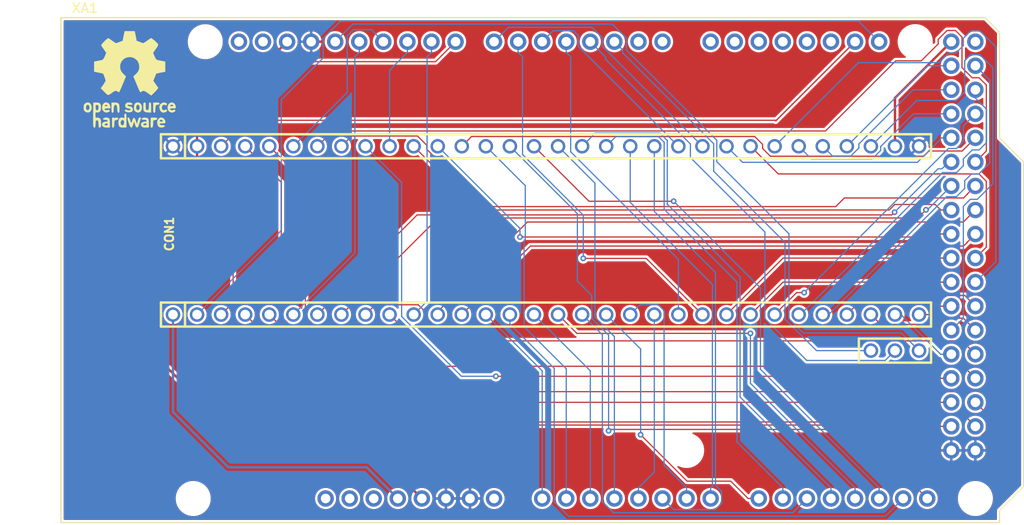
<source format=kicad_pcb>
(kicad_pcb (version 20171130) (host pcbnew "(5.1.2-1)-1")
  (title_block (title "UMDv2-compatible Arduino Mega Shield") (date 2020-03-16) (rev 2.0) (comment 1 https://github.com/beatlegeuse/UMDv2-arduino-mega-kicad) (comment 2 "Licensed under CERN OHL v.1.2"))
  (layers (0 F.Cu signal) (31 B.Cu signal) (34 B.Paste user) (35 F.Paste user) (36 B.SilkS user) (37 F.SilkS user) (38 B.Mask user) (39 F.Mask user) (44 Edge.Cuts user))
  (net 0 "")
  (net 1 /A0)
  (net 2 /D0)
  (net 3 /D1)
  (net 4 /A1)
  (net 5 /A2)
  (net 6 /D2)
  (net 7 /D3)
  (net 8 /A3)
  (net 9 /A16)
  (net 10 /A17)
  (net 11 /A18)
  (net 12 /A19)
  (net 13 /A20)
  (net 14 /A21)
  (net 15 /A22)
  (net 16 /A23)
  (net 17 /A4)
  (net 18 /D4)
  (net 19 /D5)
  (net 20 /A5)
  (net 21 /A6)
  (net 22 /D6)
  (net 23 /D7)
  (net 24 /A7)
  (net 25 /A12)
  (net 26 /D12)
  (net 27 /D13)
  (net 28 /A13)
  (net 29 /A14)
  (net 30 /D14)
  (net 31 /D15)
  (net 32 /A15)
  (net 33 /A8)
  (net 34 /A9)
  (net 35 /A10)
  (net 36 /A11)
  (net 37 /D11)
  (net 38 /D10)
  (net 39 /D9)
  (net 40 /D8)
  (net 41 "Net-(XA1-PadSDA)")
  (net 42 "Net-(XA1-PadSCL)")
  (net 43 "Net-(XA1-PadD1)")
  (net 44 "Net-(XA1-PadD0)")
  (net 45 "Net-(XA1-PadD14)")
  (net 46 "Net-(XA1-PadD15)")
  (net 47 "Net-(XA1-PadD16)")
  (net 48 "Net-(XA1-PadD17)")
  (net 49 "Net-(XA1-PadD18)")
  (net 50 "Net-(XA1-PadD19)")
  (net 51 "Net-(XA1-PadIORF)")
  (net 52 "Net-(XA1-PadVIN)")
  (net 53 /~DTCT)
  (net 54 /A25)
  (net 55 /A24)
  (net 56 GND)
  (net 57 /GP8)
  (net 58 /MISO_GP7)
  (net 59 /NSS_GP5)
  (net 60 /SEL0)
  (net 61 /~RD)
  (net 62 /GP1)
  (net 63 /GP3)
  (net 64 /CE1)
  (net 65 /CE3)
  (net 66 /CE2)
  (net 67 /CE0)
  (net 68 /GP2)
  (net 69 /GP0)
  (net 70 /~WR)
  (net 71 /SEL1)
  (net 72 /SCK_GP4)
  (net 73 /MOSI_GP6)
  (net 74 /SDA)
  (net 75 /SCL)
  (net 76 "Net-(XA1-PadRST1)")
  (net 77 /5V3)
  (net 78 /5V1)
  (net 79 "Net-(XA1-Pad5V4)")
  (net 80 /3V3)
  (module db-artwork:oshw-logo_10mm (layer F.Cu) (at 75.585 53.139)
    (fp_text reference G*** hide)
    (fp_text value LOGO hide)
  )
  (module Arduino:Arduino_Mega2560_Shield (layer F.Cu) (at 68.324 100.002)
    (fp_text reference XA1 (at 2.54 -54.356) (layer F.SilkS))
    (fp_text value Arduino_Mega2560_Shield)
    (pad GND6 thru_hole oval (at 96.52 -7.62) (size 1.7272 1.7272) (drill 1.016) (layers *.Cu *.Mask) (net 56 GND))
    (pad GND5 thru_hole oval (at 93.98 -7.62) (size 1.7272 1.7272) (drill 1.016) (layers *.Cu *.Mask) (net 56 GND))
    (pad D53 thru_hole oval (at 96.52 -10.16) (size 1.7272 1.7272) (drill 1.016) (layers *.Cu *.Mask) (net 59 /NSS_GP5))
    (pad D52 thru_hole oval (at 93.98 -10.16) (size 1.7272 1.7272) (drill 1.016) (layers *.Cu *.Mask) (net 72 /SCK_GP4))
    (pad D51 thru_hole oval (at 96.52 -12.7) (size 1.7272 1.7272) (drill 1.016) (layers *.Cu *.Mask) (net 73 /MOSI_GP6))
    (pad D50 thru_hole oval (at 93.98 -12.7) (size 1.7272 1.7272) (drill 1.016) (layers *.Cu *.Mask) (net 58 /MISO_GP7))
    (pad D49 thru_hole oval (at 96.52 -15.24) (size 1.7272 1.7272) (drill 1.016) (layers *.Cu *.Mask) (net 9 /A16))
    (pad D48 thru_hole oval (at 93.98 -15.24) (size 1.7272 1.7272) (drill 1.016) (layers *.Cu *.Mask) (net 10 /A17))
    (pad D47 thru_hole oval (at 96.52 -17.78) (size 1.7272 1.7272) (drill 1.016) (layers *.Cu *.Mask) (net 11 /A18))
    (pad D46 thru_hole oval (at 93.98 -17.78) (size 1.7272 1.7272) (drill 1.016) (layers *.Cu *.Mask) (net 12 /A19))
    (pad D45 thru_hole oval (at 96.52 -20.32) (size 1.7272 1.7272) (drill 1.016) (layers *.Cu *.Mask) (net 13 /A20))
    (pad D44 thru_hole oval (at 93.98 -20.32) (size 1.7272 1.7272) (drill 1.016) (layers *.Cu *.Mask) (net 14 /A21))
    (pad D43 thru_hole oval (at 96.52 -22.86) (size 1.7272 1.7272) (drill 1.016) (layers *.Cu *.Mask) (net 15 /A22))
    (pad D42 thru_hole oval (at 93.98 -22.86) (size 1.7272 1.7272) (drill 1.016) (layers *.Cu *.Mask) (net 16 /A23))
    (pad D41 thru_hole oval (at 96.52 -25.4) (size 1.7272 1.7272) (drill 1.016) (layers *.Cu *.Mask) (net 65 /CE3))
    (pad D40 thru_hole oval (at 93.98 -25.4) (size 1.7272 1.7272) (drill 1.016) (layers *.Cu *.Mask) (net 66 /CE2))
    (pad D39 thru_hole oval (at 96.52 -27.94) (size 1.7272 1.7272) (drill 1.016) (layers *.Cu *.Mask) (net 64 /CE1))
    (pad D38 thru_hole oval (at 93.98 -27.94) (size 1.7272 1.7272) (drill 1.016) (layers *.Cu *.Mask) (net 67 /CE0))
    (pad D37 thru_hole oval (at 96.52 -30.48) (size 1.7272 1.7272) (drill 1.016) (layers *.Cu *.Mask) (net 33 /A8))
    (pad D36 thru_hole oval (at 93.98 -30.48) (size 1.7272 1.7272) (drill 1.016) (layers *.Cu *.Mask) (net 34 /A9))
    (pad D35 thru_hole oval (at 96.52 -33.02) (size 1.7272 1.7272) (drill 1.016) (layers *.Cu *.Mask) (net 35 /A10))
    (pad D34 thru_hole oval (at 93.98 -33.02) (size 1.7272 1.7272) (drill 1.016) (layers *.Cu *.Mask) (net 36 /A11))
    (pad D33 thru_hole oval (at 96.52 -35.56) (size 1.7272 1.7272) (drill 1.016) (layers *.Cu *.Mask) (net 25 /A12))
    (pad D32 thru_hole oval (at 93.98 -35.56) (size 1.7272 1.7272) (drill 1.016) (layers *.Cu *.Mask) (net 28 /A13))
    (pad D31 thru_hole oval (at 96.52 -38.1) (size 1.7272 1.7272) (drill 1.016) (layers *.Cu *.Mask) (net 29 /A14))
    (pad D30 thru_hole oval (at 93.98 -38.1) (size 1.7272 1.7272) (drill 1.016) (layers *.Cu *.Mask) (net 32 /A15))
    (pad D29 thru_hole oval (at 96.52 -40.64) (size 1.7272 1.7272) (drill 1.016) (layers *.Cu *.Mask) (net 24 /A7))
    (pad D28 thru_hole oval (at 93.98 -40.64) (size 1.7272 1.7272) (drill 1.016) (layers *.Cu *.Mask) (net 21 /A6))
    (pad D27 thru_hole oval (at 96.52 -43.18) (size 1.7272 1.7272) (drill 1.016) (layers *.Cu *.Mask) (net 20 /A5))
    (pad D26 thru_hole oval (at 93.98 -43.18) (size 1.7272 1.7272) (drill 1.016) (layers *.Cu *.Mask) (net 17 /A4))
    (pad D25 thru_hole oval (at 96.52 -45.72) (size 1.7272 1.7272) (drill 1.016) (layers *.Cu *.Mask) (net 8 /A3))
    (pad D24 thru_hole oval (at 93.98 -45.72) (size 1.7272 1.7272) (drill 1.016) (layers *.Cu *.Mask) (net 5 /A2))
    (pad D23 thru_hole oval (at 96.52 -48.26) (size 1.7272 1.7272) (drill 1.016) (layers *.Cu *.Mask) (net 4 /A1))
    (pad D22 thru_hole oval (at 93.98 -48.26) (size 1.7272 1.7272) (drill 1.016) (layers *.Cu *.Mask) (net 1 /A0))
    (pad 5V4 thru_hole oval (at 96.52 -50.8) (size 1.7272 1.7272) (drill 1.016) (layers *.Cu *.Mask) (net 79 "Net-(XA1-Pad5V4)"))
    (pad 5V3 thru_hole oval (at 93.98 -50.8) (size 1.7272 1.7272) (drill 1.016) (layers *.Cu *.Mask) (net 77 /5V3))
    (pad A15 thru_hole oval (at 91.44 -2.54) (size 1.7272 1.7272) (drill 1.016) (layers *.Cu *.Mask) (net 31 /D15))
    (pad A14 thru_hole oval (at 88.9 -2.54) (size 1.7272 1.7272) (drill 1.016) (layers *.Cu *.Mask) (net 30 /D14))
    (pad A13 thru_hole oval (at 86.36 -2.54) (size 1.7272 1.7272) (drill 1.016) (layers *.Cu *.Mask) (net 27 /D13))
    (pad A12 thru_hole oval (at 83.82 -2.54) (size 1.7272 1.7272) (drill 1.016) (layers *.Cu *.Mask) (net 26 /D12))
    (pad A11 thru_hole oval (at 81.28 -2.54) (size 1.7272 1.7272) (drill 1.016) (layers *.Cu *.Mask) (net 37 /D11))
    (pad A10 thru_hole oval (at 78.74 -2.54) (size 1.7272 1.7272) (drill 1.016) (layers *.Cu *.Mask) (net 38 /D10))
    (pad A9 thru_hole oval (at 76.2 -2.54) (size 1.7272 1.7272) (drill 1.016) (layers *.Cu *.Mask) (net 39 /D9))
    (pad A8 thru_hole oval (at 73.66 -2.54) (size 1.7272 1.7272) (drill 1.016) (layers *.Cu *.Mask) (net 40 /D8))
    (pad A7 thru_hole oval (at 68.58 -2.54) (size 1.7272 1.7272) (drill 1.016) (layers *.Cu *.Mask) (net 23 /D7))
    (pad A6 thru_hole oval (at 66.04 -2.54) (size 1.7272 1.7272) (drill 1.016) (layers *.Cu *.Mask) (net 22 /D6))
    (pad A5 thru_hole oval (at 63.5 -2.54) (size 1.7272 1.7272) (drill 1.016) (layers *.Cu *.Mask) (net 19 /D5))
    (pad A4 thru_hole oval (at 60.96 -2.54) (size 1.7272 1.7272) (drill 1.016) (layers *.Cu *.Mask) (net 18 /D4))
    (pad A3 thru_hole oval (at 58.42 -2.54) (size 1.7272 1.7272) (drill 1.016) (layers *.Cu *.Mask) (net 7 /D3))
    (pad A2 thru_hole oval (at 55.88 -2.54) (size 1.7272 1.7272) (drill 1.016) (layers *.Cu *.Mask) (net 6 /D2))
    (pad A1 thru_hole oval (at 53.34 -2.54) (size 1.7272 1.7272) (drill 1.016) (layers *.Cu *.Mask) (net 3 /D1))
    (pad "" thru_hole oval (at 27.94 -2.54) (size 1.7272 1.7272) (drill 1.016) (layers *.Cu *.Mask))
    (pad D11 thru_hole oval (at 34.036 -50.8) (size 1.7272 1.7272) (drill 1.016) (layers *.Cu *.Mask) (net 60 /SEL0))
    (pad D12 thru_hole oval (at 31.496 -50.8) (size 1.7272 1.7272) (drill 1.016) (layers *.Cu *.Mask) (net 71 /SEL1))
    (pad D13 thru_hole oval (at 28.956 -50.8) (size 1.7272 1.7272) (drill 1.016) (layers *.Cu *.Mask) (net 53 /~DTCT))
    (pad AREF thru_hole oval (at 23.876 -50.8) (size 1.7272 1.7272) (drill 1.016) (layers *.Cu *.Mask) (net 78 /5V1))
    (pad SDA thru_hole oval (at 21.336 -50.8) (size 1.7272 1.7272) (drill 1.016) (layers *.Cu *.Mask) (net 41 "Net-(XA1-PadSDA)"))
    (pad SCL thru_hole oval (at 18.796 -50.8) (size 1.7272 1.7272) (drill 1.016) (layers *.Cu *.Mask) (net 42 "Net-(XA1-PadSCL)"))
    (pad "" np_thru_hole circle (at 13.97 -2.54) (size 3.2 3.2) (drill 3.2) (layers *.Cu *.Mask))
    (pad "" np_thru_hole circle (at 96.52 -2.54) (size 3.2 3.2) (drill 3.2) (layers *.Cu *.Mask))
    (pad "" np_thru_hole circle (at 15.24 -50.8) (size 3.2 3.2) (drill 3.2) (layers *.Cu *.Mask))
    (pad "" np_thru_hole circle (at 90.17 -50.8) (size 3.2 3.2) (drill 3.2) (layers *.Cu *.Mask))
    (pad "" np_thru_hole circle (at 66.04 -35.56) (size 3.2 3.2) (drill 3.2) (layers *.Cu *.Mask))
    (pad "" np_thru_hole circle (at 66.04 -7.62) (size 3.2 3.2) (drill 3.2) (layers *.Cu *.Mask))
    (pad D10 thru_hole oval (at 36.576 -50.8) (size 1.7272 1.7272) (drill 1.016) (layers *.Cu *.Mask) (net 61 /~RD))
    (pad D9 thru_hole oval (at 39.116 -50.8) (size 1.7272 1.7272) (drill 1.016) (layers *.Cu *.Mask) (net 70 /~WR))
    (pad D8 thru_hole oval (at 41.656 -50.8) (size 1.7272 1.7272) (drill 1.016) (layers *.Cu *.Mask) (net 57 /GP8))
    (pad GND1 thru_hole oval (at 26.416 -50.8) (size 1.7272 1.7272) (drill 1.016) (layers *.Cu *.Mask) (net 56 GND))
    (pad D7 thru_hole oval (at 45.72 -50.8) (size 1.7272 1.7272) (drill 1.016) (layers *.Cu *.Mask) (net 63 /GP3))
    (pad D6 thru_hole oval (at 48.26 -50.8) (size 1.7272 1.7272) (drill 1.016) (layers *.Cu *.Mask) (net 68 /GP2))
    (pad D5 thru_hole oval (at 50.8 -50.8) (size 1.7272 1.7272) (drill 1.016) (layers *.Cu *.Mask) (net 62 /GP1))
    (pad D4 thru_hole oval (at 53.34 -50.8) (size 1.7272 1.7272) (drill 1.016) (layers *.Cu *.Mask) (net 69 /GP0))
    (pad D3 thru_hole oval (at 55.88 -50.8) (size 1.7272 1.7272) (drill 1.016) (layers *.Cu *.Mask) (net 54 /A25))
    (pad D2 thru_hole oval (at 58.42 -50.8) (size 1.7272 1.7272) (drill 1.016) (layers *.Cu *.Mask) (net 55 /A24))
    (pad D1 thru_hole oval (at 60.96 -50.8) (size 1.7272 1.7272) (drill 1.016) (layers *.Cu *.Mask) (net 43 "Net-(XA1-PadD1)"))
    (pad D0 thru_hole oval (at 63.5 -50.8) (size 1.7272 1.7272) (drill 1.016) (layers *.Cu *.Mask) (net 44 "Net-(XA1-PadD0)"))
    (pad D14 thru_hole oval (at 68.58 -50.8) (size 1.7272 1.7272) (drill 1.016) (layers *.Cu *.Mask) (net 45 "Net-(XA1-PadD14)"))
    (pad D15 thru_hole oval (at 71.12 -50.8) (size 1.7272 1.7272) (drill 1.016) (layers *.Cu *.Mask) (net 46 "Net-(XA1-PadD15)"))
    (pad D16 thru_hole oval (at 73.66 -50.8) (size 1.7272 1.7272) (drill 1.016) (layers *.Cu *.Mask) (net 47 "Net-(XA1-PadD16)"))
    (pad D17 thru_hole oval (at 76.2 -50.8) (size 1.7272 1.7272) (drill 1.016) (layers *.Cu *.Mask) (net 48 "Net-(XA1-PadD17)"))
    (pad D18 thru_hole oval (at 78.74 -50.8) (size 1.7272 1.7272) (drill 1.016) (layers *.Cu *.Mask) (net 49 "Net-(XA1-PadD18)"))
    (pad D19 thru_hole oval (at 81.28 -50.8) (size 1.7272 1.7272) (drill 1.016) (layers *.Cu *.Mask) (net 50 "Net-(XA1-PadD19)"))
    (pad D20 thru_hole oval (at 83.82 -50.8) (size 1.7272 1.7272) (drill 1.016) (layers *.Cu *.Mask) (net 74 /SDA))
    (pad D21 thru_hole oval (at 86.36 -50.8) (size 1.7272 1.7272) (drill 1.016) (layers *.Cu *.Mask) (net 75 /SCL))
    (pad IORF thru_hole oval (at 30.48 -2.54) (size 1.7272 1.7272) (drill 1.016) (layers *.Cu *.Mask) (net 51 "Net-(XA1-PadIORF)"))
    (pad RST1 thru_hole oval (at 33.02 -2.54) (size 1.7272 1.7272) (drill 1.016) (layers *.Cu *.Mask) (net 76 "Net-(XA1-PadRST1)"))
    (pad 3V3 thru_hole oval (at 35.56 -2.54) (size 1.7272 1.7272) (drill 1.016) (layers *.Cu *.Mask) (net 80 /3V3))
    (pad 5V1 thru_hole oval (at 38.1 -2.54) (size 1.7272 1.7272) (drill 1.016) (layers *.Cu *.Mask) (net 78 /5V1))
    (pad GND2 thru_hole oval (at 40.64 -2.54) (size 1.7272 1.7272) (drill 1.016) (layers *.Cu *.Mask) (net 56 GND))
    (pad GND3 thru_hole oval (at 43.18 -2.54) (size 1.7272 1.7272) (drill 1.016) (layers *.Cu *.Mask) (net 56 GND))
    (pad VIN thru_hole oval (at 45.72 -2.54) (size 1.7272 1.7272) (drill 1.016) (layers *.Cu *.Mask) (net 52 "Net-(XA1-PadVIN)"))
    (pad A0 thru_hole oval (at 50.8 -2.54) (size 1.7272 1.7272) (drill 1.016) (layers *.Cu *.Mask) (net 2 /D0))
  )
  (module db-thparts:UMD-CONN-DIP64 (layer F.Cu) (at 80.157 78.031 90)
    (fp_text reference CON1 (at 8.509 -0.381 90) (layer F.SilkS) (effects (font (size 0.889 0.889) (thickness 0.2032))))
    (fp_text value UMDv2-CONN hide)
    (pad 67 thru_hole circle (at -3.81 78.74) (size 1.524 1.524) (drill 1.016) (layers *.Cu *.Mask) (net 53 /~DTCT))
    (pad 66 thru_hole circle (at -3.81 76.2) (size 1.524 1.524) (drill 1.016) (layers *.Cu *.Mask) (net 54 /A25))
    (pad 65 thru_hole circle (at -3.81 73.66) (size 1.524 1.524) (drill 1.016) (layers *.Cu *.Mask) (net 55 /A24))
    (pad 64 thru_hole circle (at 17.78 0 90) (size 1.524 1.524) (drill 1.016) (layers *.Cu *.Mask) (net 56 GND))
    (pad 63 thru_hole circle (at 17.78 2.54 90) (size 1.524 1.524) (drill 1.016) (layers *.Cu *.Mask) (net 78 /5V1))
    (pad 62 thru_hole circle (at 17.78 5.08 90) (size 1.524 1.524) (drill 1.016) (layers *.Cu *.Mask) (net 57 /GP8))
    (pad 61 thru_hole circle (at 17.78 7.62 90) (size 1.524 1.524) (drill 1.016) (layers *.Cu *.Mask) (net 58 /MISO_GP7))
    (pad 60 thru_hole circle (at 17.78 10.16 90) (size 1.524 1.524) (drill 1.016) (layers *.Cu *.Mask) (net 59 /NSS_GP5))
    (pad 59 thru_hole circle (at 17.78 12.7 90) (size 1.524 1.524) (drill 1.016) (layers *.Cu *.Mask) (net 60 /SEL0))
    (pad 58 thru_hole circle (at 17.78 15.24 90) (size 1.524 1.524) (drill 1.016) (layers *.Cu *.Mask) (net 29 /A14))
    (pad 57 thru_hole circle (at 17.78 17.78 90) (size 1.524 1.524) (drill 1.016) (layers *.Cu *.Mask) (net 25 /A12))
    (pad 56 thru_hole circle (at 17.78 20.32 90) (size 1.524 1.524) (drill 1.016) (layers *.Cu *.Mask) (net 10 /A17))
    (pad 55 thru_hole circle (at 17.78 22.86 90) (size 1.524 1.524) (drill 1.016) (layers *.Cu *.Mask) (net 61 /~RD))
    (pad 54 thru_hole circle (at 17.78 25.4 90) (size 1.524 1.524) (drill 1.016) (layers *.Cu *.Mask) (net 36 /A11))
    (pad 53 thru_hole circle (at 17.78 27.94 90) (size 1.524 1.524) (drill 1.016) (layers *.Cu *.Mask) (net 34 /A9))
    (pad 52 thru_hole circle (at 17.78 30.48 90) (size 1.524 1.524) (drill 1.016) (layers *.Cu *.Mask) (net 24 /A7))
    (pad 51 thru_hole circle (at 17.78 33.02 90) (size 1.524 1.524) (drill 1.016) (layers *.Cu *.Mask) (net 3 /D1))
    (pad 50 thru_hole circle (at 17.78 35.56 90) (size 1.524 1.524) (drill 1.016) (layers *.Cu *.Mask) (net 31 /D15))
    (pad 49 thru_hole circle (at 17.78 38.1 90) (size 1.524 1.524) (drill 1.016) (layers *.Cu *.Mask) (net 27 /D13))
    (pad 48 thru_hole circle (at 17.78 40.64 90) (size 1.524 1.524) (drill 1.016) (layers *.Cu *.Mask) (net 7 /D3))
    (pad 47 thru_hole circle (at 17.78 43.18 90) (size 1.524 1.524) (drill 1.016) (layers *.Cu *.Mask) (net 37 /D11))
    (pad 46 thru_hole circle (at 17.78 45.72 90) (size 1.524 1.524) (drill 1.016) (layers *.Cu *.Mask) (net 39 /D9))
    (pad 45 thru_hole circle (at 17.78 48.26 90) (size 1.524 1.524) (drill 1.016) (layers *.Cu *.Mask) (net 23 /D7))
    (pad 44 thru_hole circle (at 17.78 50.8 90) (size 1.524 1.524) (drill 1.016) (layers *.Cu *.Mask) (net 19 /D5))
    (pad 43 thru_hole circle (at 17.78 53.34 90) (size 1.524 1.524) (drill 1.016) (layers *.Cu *.Mask) (net 62 /GP1))
    (pad 42 thru_hole circle (at 17.78 55.88 90) (size 1.524 1.524) (drill 1.016) (layers *.Cu *.Mask) (net 63 /GP3))
    (pad 41 thru_hole circle (at 17.78 58.42 90) (size 1.524 1.524) (drill 1.016) (layers *.Cu *.Mask) (net 21 /A6))
    (pad 40 thru_hole circle (at 17.78 60.96 90) (size 1.524 1.524) (drill 1.016) (layers *.Cu *.Mask) (net 64 /CE1))
    (pad 39 thru_hole circle (at 17.78 63.5 90) (size 1.524 1.524) (drill 1.016) (layers *.Cu *.Mask) (net 65 /CE3))
    (pad 38 thru_hole circle (at 17.78 66.04 90) (size 1.524 1.524) (drill 1.016) (layers *.Cu *.Mask) (net 17 /A4))
    (pad 37 thru_hole circle (at 17.78 68.58 90) (size 1.524 1.524) (drill 1.016) (layers *.Cu *.Mask) (net 5 /A2))
    (pad 36 thru_hole circle (at 17.78 71.12 90) (size 1.524 1.524) (drill 1.016) (layers *.Cu *.Mask) (net 1 /A0))
    (pad 35 thru_hole circle (at 17.78 73.66 90) (size 1.524 1.524) (drill 1.016) (layers *.Cu *.Mask) (net 14 /A21))
    (pad 34 thru_hole circle (at 17.78 76.2 90) (size 1.524 1.524) (drill 1.016) (layers *.Cu *.Mask) (net 77 /5V3))
    (pad 33 thru_hole circle (at 17.78 78.74 90) (size 1.524 1.524) (drill 1.016) (layers *.Cu *.Mask) (net 56 GND))
    (pad 32 thru_hole circle (at 0 78.74 90) (size 1.524 1.524) (drill 1.016) (layers *.Cu *.Mask) (net 16 /A23))
    (pad 31 thru_hole circle (at 0 76.2 90) (size 1.524 1.524) (drill 1.016) (layers *.Cu *.Mask) (net 12 /A19))
    (pad 30 thru_hole circle (at 0 73.66 90) (size 1.524 1.524) (drill 1.016) (layers *.Cu *.Mask) (net 13 /A20))
    (pad 29 thru_hole circle (at 0 71.12 90) (size 1.524 1.524) (drill 1.016) (layers *.Cu *.Mask) (net 15 /A22))
    (pad 28 thru_hole circle (at 0 68.58 90) (size 1.524 1.524) (drill 1.016) (layers *.Cu *.Mask) (net 4 /A1))
    (pad 27 thru_hole circle (at 0 66.04 90) (size 1.524 1.524) (drill 1.016) (layers *.Cu *.Mask) (net 8 /A3))
    (pad 26 thru_hole circle (at 0 63.5 90) (size 1.524 1.524) (drill 1.016) (layers *.Cu *.Mask) (net 20 /A5))
    (pad 25 thru_hole circle (at 0 60.96 90) (size 1.524 1.524) (drill 1.016) (layers *.Cu *.Mask) (net 66 /CE2))
    (pad 24 thru_hole circle (at 0 58.42 90) (size 1.524 1.524) (drill 1.016) (layers *.Cu *.Mask) (net 67 /CE0))
    (pad 23 thru_hole circle (at 0 55.88 90) (size 1.524 1.524) (drill 1.016) (layers *.Cu *.Mask) (net 68 /GP2))
    (pad 22 thru_hole circle (at 0 53.34 90) (size 1.524 1.524) (drill 1.016) (layers *.Cu *.Mask) (net 69 /GP0))
    (pad 21 thru_hole circle (at 0 50.8 90) (size 1.524 1.524) (drill 1.016) (layers *.Cu *.Mask) (net 18 /D4))
    (pad 20 thru_hole circle (at 0 48.26 90) (size 1.524 1.524) (drill 1.016) (layers *.Cu *.Mask) (net 22 /D6))
    (pad 19 thru_hole circle (at 0 45.72 90) (size 1.524 1.524) (drill 1.016) (layers *.Cu *.Mask) (net 40 /D8))
    (pad 18 thru_hole circle (at 0 43.18 90) (size 1.524 1.524) (drill 1.016) (layers *.Cu *.Mask) (net 38 /D10))
    (pad 17 thru_hole circle (at 0 40.64 90) (size 1.524 1.524) (drill 1.016) (layers *.Cu *.Mask) (net 26 /D12))
    (pad 16 thru_hole circle (at 0 38.1 90) (size 1.524 1.524) (drill 1.016) (layers *.Cu *.Mask) (net 6 /D2))
    (pad 15 thru_hole circle (at 0 35.56 90) (size 1.524 1.524) (drill 1.016) (layers *.Cu *.Mask) (net 30 /D14))
    (pad 14 thru_hole circle (at 0 33.02 90) (size 1.524 1.524) (drill 1.016) (layers *.Cu *.Mask) (net 2 /D0))
    (pad 13 thru_hole circle (at 0 30.48 90) (size 1.524 1.524) (drill 1.016) (layers *.Cu *.Mask) (net 33 /A8))
    (pad 12 thru_hole circle (at 0 27.94 90) (size 1.524 1.524) (drill 1.016) (layers *.Cu *.Mask) (net 35 /A10))
    (pad 11 thru_hole circle (at 0 25.4 90) (size 1.524 1.524) (drill 1.016) (layers *.Cu *.Mask) (net 70 /~WR))
    (pad 10 thru_hole circle (at 0 22.86 90) (size 1.524 1.524) (drill 1.016) (layers *.Cu *.Mask) (net 9 /A16))
    (pad 9 thru_hole circle (at 0 20.32 90) (size 1.524 1.524) (drill 1.016) (layers *.Cu *.Mask) (net 11 /A18))
    (pad 8 thru_hole circle (at 0 17.78 90) (size 1.524 1.524) (drill 1.016) (layers *.Cu *.Mask) (net 28 /A13))
    (pad 7 thru_hole circle (at 0 15.24 90) (size 1.524 1.524) (drill 1.016) (layers *.Cu *.Mask) (net 32 /A15))
    (pad 6 thru_hole circle (at 0 12.7 90) (size 1.524 1.524) (drill 1.016) (layers *.Cu *.Mask) (net 71 /SEL1))
    (pad 5 thru_hole circle (at 0 10.16 90) (size 1.524 1.524) (drill 1.016) (layers *.Cu *.Mask) (net 72 /SCK_GP4))
    (pad 4 thru_hole circle (at 0 7.62 90) (size 1.524 1.524) (drill 1.016) (layers *.Cu *.Mask) (net 73 /MOSI_GP6))
    (pad 3 thru_hole circle (at 0 5.08 90) (size 1.524 1.524) (drill 1.016) (layers *.Cu *.Mask) (net 74 /SDA))
    (pad 2 thru_hole circle (at 0 2.54 90) (size 1.524 1.524) (drill 1.016) (layers *.Cu *.Mask) (net 75 /SCL))
    (pad 1 thru_hole circle (at 0 0 90) (size 1.524 1.524) (drill 1.016) (layers *.Cu *.Mask) (net 80 /3V3))
  )
  (gr_line (start 167.406 98.732) (end 167.406 100.002) (layer Edge.Cuts) (width 0.05))
  (gr_line (start 169.946 61.902) (end 169.946 96.192) (layer Edge.Cuts) (width 0.05))
  (gr_line (start 169.946 96.192) (end 167.406 98.732) (layer Edge.Cuts) (width 0.05))
  (gr_line (start 68.346 100.002) (end 68.346 46.662) (layer Edge.Cuts) (width 0.05))
  (gr_line (start 167.406 100.002) (end 68.346 100.002) (layer Edge.Cuts) (width 0.05))
  (gr_line (start 167.406 59.362) (end 169.946 61.902) (layer Edge.Cuts) (width 0.05))
  (gr_line (start 167.406 48.186) (end 167.406 59.362) (layer Edge.Cuts) (width 0.05))
  (gr_line (start 165.882 46.662) (end 167.406 48.186) (layer Edge.Cuts) (width 0.05))
  (gr_line (start 68.346 46.662) (end 165.882 46.662) (layer Edge.Cuts) (width 0.05))
  (segment (start 151.277 60.251) (end 159.786 51.742) (width 0.127) (layer B.Cu) (net 1))
  (segment (start 159.786 51.742) (end 162.304 51.742) (width 0.127) (layer B.Cu) (net 1))
  (segment (start 119.124 97.462) (end 119.124 96.3346) (width 0.127) (layer B.Cu) (net 2))
  (segment (start 119.124 96.3346) (end 119.124 83.978) (width 0.127) (layer B.Cu) (net 2))
  (segment (start 119.124 83.978) (end 113.177 78.031) (width 0.127) (layer B.Cu) (net 2))
  (segment (start 121.664 97.462) (end 121.664 83.7569) (width 0.127) (layer B.Cu) (net 3))
  (segment (start 121.664 83.7569) (end 117.2154 79.3083) (width 0.127) (layer B.Cu) (net 3))
  (segment (start 117.2154 79.3083) (end 117.2154 70.1957) (width 0.127) (layer B.Cu) (net 3))
  (segment (start 117.2154 70.1957) (end 117.3412 70.0699) (width 0.127) (layer B.Cu) (net 3))
  (segment (start 117.3412 70.0699) (end 117.3412 64.4152) (width 0.127) (layer B.Cu) (net 3))
  (segment (start 117.3412 64.4152) (end 113.177 60.251) (width 0.127) (layer B.Cu) (net 3))
  (segment (start 149.3633 78.031) (end 148.737 78.031) (width 0.127) (layer B.Cu) (net 4))
  (segment (start 162.849 65.5695) (end 161.8248 65.5695) (width 0.127) (layer B.Cu) (net 4))
  (segment (start 161.8248 65.5695) (end 149.3633 78.031) (width 0.127) (layer B.Cu) (net 4))
  (segment (start 163.7165 63.897) (end 163.7165 64.702) (width 0.127) (layer B.Cu) (net 4))
  (segment (start 166.3498 53.2478) (end 166.3498 62.0288) (width 0.127) (layer B.Cu) (net 4))
  (segment (start 166.3498 62.0288) (end 165.2066 63.172) (width 0.127) (layer B.Cu) (net 4))
  (segment (start 164.4415 63.172) (end 163.7165 63.897) (width 0.127) (layer B.Cu) (net 4))
  (segment (start 163.7165 64.702) (end 162.849 65.5695) (width 0.127) (layer B.Cu) (net 4))
  (segment (start 165.2066 63.172) (end 164.4415 63.172) (width 0.127) (layer B.Cu) (net 4))
  (segment (start 164.844 51.742) (end 166.3498 53.2478) (width 0.127) (layer B.Cu) (net 4))
  (segment (start 148.737 60.251) (end 149.7709 61.2849) (width 0.127) (layer B.Cu) (net 5))
  (segment (start 149.7709 61.2849) (end 151.6963 61.2849) (width 0.127) (layer B.Cu) (net 5))
  (segment (start 151.6963 61.2849) (end 152.547 60.4342) (width 0.127) (layer B.Cu) (net 5))
  (segment (start 152.547 60.4342) (end 152.547 60.0044) (width 0.127) (layer B.Cu) (net 5))
  (segment (start 152.547 60.0044) (end 158.2694 54.282) (width 0.127) (layer B.Cu) (net 5))
  (segment (start 158.2694 54.282) (end 162.304 54.282) (width 0.127) (layer B.Cu) (net 5))
  (segment (start 118.257 78.031) (end 124.204 83.978) (width 0.127) (layer B.Cu) (net 6))
  (segment (start 124.204 83.978) (end 124.204 96.3346) (width 0.127) (layer B.Cu) (net 6))
  (segment (start 124.204 97.462) (end 124.204 96.3346) (width 0.127) (layer B.Cu) (net 6))
  (segment (start 126.744 96.3346) (end 126.744 80.3519) (width 0.127) (layer B.Cu) (net 7))
  (segment (start 126.744 80.3519) (end 124.6903 78.2982) (width 0.127) (layer B.Cu) (net 7))
  (segment (start 124.6903 78.2982) (end 124.6903 64.1443) (width 0.127) (layer B.Cu) (net 7))
  (segment (start 124.6903 64.1443) (end 120.797 60.251) (width 0.127) (layer B.Cu) (net 7))
  (segment (start 126.744 97.462) (end 126.744 96.3346) (width 0.127) (layer B.Cu) (net 7))
  (segment (start 161.3792 63.0295) (end 146.3777 78.031) (width 0.127) (layer B.Cu) (net 8))
  (segment (start 163.574 62.3045) (end 162.849 63.0295) (width 0.127) (layer B.Cu) (net 8))
  (segment (start 164.5195 60.632) (end 163.574 61.5775) (width 0.127) (layer B.Cu) (net 8))
  (segment (start 165.2456 60.632) (end 164.5195 60.632) (width 0.127) (layer B.Cu) (net 8))
  (segment (start 162.849 63.0295) (end 161.3792 63.0295) (width 0.127) (layer B.Cu) (net 8))
  (segment (start 163.574 61.5775) (end 163.574 62.3045) (width 0.127) (layer B.Cu) (net 8))
  (segment (start 166.0224 59.8552) (end 165.2456 60.632) (width 0.127) (layer B.Cu) (net 8))
  (segment (start 146.3777 78.031) (end 146.197 78.031) (width 0.127) (layer B.Cu) (net 8))
  (segment (start 164.844 55.15389) (end 166.0224 56.33229) (width 0.127) (layer B.Cu) (net 8))
  (segment (start 166.0224 56.33229) (end 166.0224 59.8552) (width 0.127) (layer B.Cu) (net 8))
  (segment (start 164.844 54.282) (end 164.844 55.15389) (width 0.127) (layer B.Cu) (net 8))
  (segment (start 108.478 83.492) (end 103.017 78.031) (width 0.127) (layer F.Cu) (net 9))
  (segment (start 163.574 83.492) (end 108.478 83.492) (width 0.127) (layer F.Cu) (net 9))
  (segment (start 164.844 84.762) (end 163.574 83.492) (width 0.127) (layer F.Cu) (net 9))
  (segment (start 162.304 84.762) (end 161.1766 84.762) (width 0.127) (layer F.Cu) (net 10))
  (segment (start 114.2335 84.5483) (end 160.9629 84.5483) (width 0.127) (layer F.Cu) (net 10))
  (segment (start 160.9629 84.5483) (end 161.1766 84.762) (width 0.127) (layer F.Cu) (net 10))
  (segment (start 100.477 60.251) (end 104.287 64.061) (width 0.127) (layer B.Cu) (net 10))
  (segment (start 104.287 64.061) (end 104.287 78.2364) (width 0.127) (layer B.Cu) (net 10))
  (segment (start 104.287 78.2364) (end 110.5989 84.5483) (width 0.127) (layer B.Cu) (net 10))
  (segment (start 110.5989 84.5483) (end 114.2335 84.5483) (width 0.127) (layer B.Cu) (net 10))
  (via (at 114.2335 84.5483) (size 0.6) (layers F.Cu B.Cu) (net 10))
  (segment (start 101.5131 76.9949) (end 100.477 78.031) (width 0.127) (layer F.Cu) (net 11))
  (segment (start 106.0436 76.9949) (end 101.5131 76.9949) (width 0.127) (layer F.Cu) (net 11))
  (segment (start 163.4315 80.8095) (end 109.3787 80.8095) (width 0.127) (layer F.Cu) (net 11))
  (segment (start 106.8271 78.2579) (end 106.8271 77.7784) (width 0.127) (layer F.Cu) (net 11))
  (segment (start 106.8271 77.7784) (end 106.0436 76.9949) (width 0.127) (layer F.Cu) (net 11))
  (segment (start 109.3787 80.8095) (end 106.8271 78.2579) (width 0.127) (layer F.Cu) (net 11))
  (segment (start 164.844 82.222) (end 163.4315 80.8095) (width 0.127) (layer F.Cu) (net 11))
  (segment (start 162.304 82.222) (end 161.1766 82.222) (width 0.127) (layer B.Cu) (net 12))
  (segment (start 156.357 78.031) (end 156.9856 78.031) (width 0.127) (layer B.Cu) (net 12))
  (segment (start 156.9856 78.031) (end 161.1766 82.222) (width 0.127) (layer B.Cu) (net 12))
  (segment (start 160.0143 78.766761) (end 160.0143 78.7673) (width 0.127) (layer F.Cu) (net 13))
  (segment (start 154.8499 79.0639) (end 153.817 78.031) (width 0.127) (layer F.Cu) (net 13))
  (segment (start 160.0143 78.7673) (end 159.7177 79.0639) (width 0.127) (layer F.Cu) (net 13))
  (segment (start 160.369061 78.412) (end 160.0143 78.766761) (width 0.127) (layer F.Cu) (net 13))
  (segment (start 159.7177 79.0639) (end 154.8499 79.0639) (width 0.127) (layer F.Cu) (net 13))
  (segment (start 163.574 78.412) (end 160.369061 78.412) (width 0.127) (layer F.Cu) (net 13))
  (segment (start 164.844 79.682) (end 163.574 78.412) (width 0.127) (layer F.Cu) (net 13))
  (segment (start 162.8259 55.4095) (end 158.6585 55.4095) (width 0.127) (layer B.Cu) (net 14))
  (segment (start 164.3509 50.5626) (end 163.7165 51.197) (width 0.127) (layer B.Cu) (net 14))
  (segment (start 165.0457 65.8545) (end 166.6809 64.2193) (width 0.127) (layer B.Cu) (net 14))
  (segment (start 166.6809 64.2193) (end 166.6809 51.9463) (width 0.127) (layer B.Cu) (net 14))
  (segment (start 163.7165 54.5189) (end 162.8259 55.4095) (width 0.127) (layer B.Cu) (net 14))
  (segment (start 165.2972 50.5626) (end 164.3509 50.5626) (width 0.127) (layer B.Cu) (net 14))
  (segment (start 164.3098 65.8545) (end 165.0457 65.8545) (width 0.127) (layer B.Cu) (net 14))
  (segment (start 166.6809 51.9463) (end 165.2972 50.5626) (width 0.127) (layer B.Cu) (net 14))
  (segment (start 158.6585 55.4095) (end 153.817 60.251) (width 0.127) (layer B.Cu) (net 14))
  (segment (start 163.574 66.5903) (end 164.3098 65.8545) (width 0.127) (layer B.Cu) (net 14))
  (segment (start 163.574 78.412) (end 163.574 66.5903) (width 0.127) (layer B.Cu) (net 14))
  (segment (start 163.7165 51.197) (end 163.7165 54.5189) (width 0.127) (layer B.Cu) (net 14))
  (segment (start 162.304 79.682) (end 163.574 78.412) (width 0.127) (layer B.Cu) (net 14))
  (segment (start 153.2968 76.0112) (end 151.277 78.031) (width 0.127) (layer F.Cu) (net 15))
  (segment (start 163.7352 76.0112) (end 153.2968 76.0112) (width 0.127) (layer F.Cu) (net 15))
  (segment (start 163.980401 76.256401) (end 163.7352 76.0112) (width 0.127) (layer F.Cu) (net 15))
  (segment (start 163.980401 76.278401) (end 163.980401 76.256401) (width 0.127) (layer F.Cu) (net 15))
  (segment (start 164.844 77.142) (end 163.980401 76.278401) (width 0.127) (layer F.Cu) (net 15))
  (segment (start 162.304 77.142) (end 161.1766 77.142) (width 0.127) (layer F.Cu) (net 16))
  (segment (start 158.897 78.031) (end 160.2876 78.031) (width 0.127) (layer F.Cu) (net 16))
  (segment (start 160.2876 78.031) (end 161.1766 77.142) (width 0.127) (layer F.Cu) (net 16))
  (segment (start 146.197 60.251) (end 147.5583 61.6123) (width 0.127) (layer B.Cu) (net 17))
  (segment (start 147.5583 61.6123) (end 153.9294 61.6123) (width 0.127) (layer B.Cu) (net 17))
  (segment (start 153.9294 61.6123) (end 154.8429 60.6988) (width 0.127) (layer B.Cu) (net 17))
  (segment (start 154.8429 60.6988) (end 154.8429 60.2876) (width 0.127) (layer B.Cu) (net 17))
  (segment (start 154.8429 60.2876) (end 158.3085 56.822) (width 0.127) (layer B.Cu) (net 17))
  (segment (start 158.3085 56.822) (end 162.304 56.822) (width 0.127) (layer B.Cu) (net 17))
  (segment (start 129.284 97.462) (end 129.284 96.3346) (width 0.127) (layer B.Cu) (net 18))
  (segment (start 130.957 78.031) (end 130.957 94.6616) (width 0.127) (layer B.Cu) (net 18))
  (segment (start 130.957 94.6616) (end 129.284 96.3346) (width 0.127) (layer B.Cu) (net 18))
  (segment (start 130.957 60.251) (end 130.957 67.1284) (width 0.127) (layer B.Cu) (net 19))
  (segment (start 130.957 67.1284) (end 137.4139 73.5853) (width 0.127) (layer B.Cu) (net 19))
  (segment (start 137.4139 73.5853) (end 137.4139 96.0444) (width 0.127) (layer B.Cu) (net 19))
  (segment (start 137.4139 96.0444) (end 138.0611 96.6916) (width 0.127) (layer B.Cu) (net 19))
  (segment (start 138.0611 96.6916) (end 138.0611 97.9652) (width 0.127) (layer B.Cu) (net 19))
  (segment (start 138.0611 97.9652) (end 137.3958 98.6305) (width 0.127) (layer B.Cu) (net 19))
  (segment (start 132.9925 98.6305) (end 137.3958 98.6305) (width 0.127) (layer B.Cu) (net 19))
  (segment (start 131.824 97.462) (end 132.9925 98.6305) (width 0.127) (layer B.Cu) (net 19))
  (segment (start 143.657 78.031) (end 145.9768 75.7112) (width 0.127) (layer F.Cu) (net 20))
  (segment (start 145.9768 75.7112) (end 146.7716 75.7112) (width 0.127) (layer F.Cu) (net 20))
  (via (at 146.7716 75.7112) (size 0.6) (layers F.Cu B.Cu) (net 20))
  (segment (start 163.980401 57.707599) (end 163.574 58.114) (width 0.127) (layer B.Cu) (net 20))
  (segment (start 163.574 58.114) (end 163.574 59.7645) (width 0.127) (layer B.Cu) (net 20))
  (segment (start 163.980401 57.685599) (end 163.980401 57.707599) (width 0.127) (layer B.Cu) (net 20))
  (segment (start 161.9933 60.4895) (end 146.7716 75.7112) (width 0.127) (layer B.Cu) (net 20))
  (segment (start 162.849 60.4895) (end 161.9933 60.4895) (width 0.127) (layer B.Cu) (net 20))
  (segment (start 163.574 59.7645) (end 162.849 60.4895) (width 0.127) (layer B.Cu) (net 20))
  (segment (start 164.844 56.822) (end 163.980401 57.685599) (width 0.127) (layer B.Cu) (net 20))
  (segment (start 138.577 60.251) (end 140.2719 61.9459) (width 0.127) (layer B.Cu) (net 21))
  (segment (start 140.2719 61.9459) (end 158.7206 61.9459) (width 0.127) (layer B.Cu) (net 21))
  (segment (start 158.7206 61.9459) (end 161.1766 59.4899) (width 0.127) (layer B.Cu) (net 21))
  (segment (start 161.1766 59.4899) (end 161.1766 59.362) (width 0.127) (layer B.Cu) (net 21))
  (segment (start 162.304 59.362) (end 161.1766 59.362) (width 0.127) (layer B.Cu) (net 21))
  (segment (start 134.364 97.462) (end 134.364 96.3346) (width 0.127) (layer B.Cu) (net 22))
  (segment (start 128.417 78.031) (end 129.4608 76.9872) (width 0.127) (layer B.Cu) (net 22))
  (segment (start 129.4608 76.9872) (end 131.3659 76.9872) (width 0.127) (layer B.Cu) (net 22))
  (segment (start 131.3659 76.9872) (end 131.9887 77.61) (width 0.127) (layer B.Cu) (net 22))
  (segment (start 131.9887 77.61) (end 131.9887 93.9593) (width 0.127) (layer B.Cu) (net 22))
  (segment (start 131.9887 93.9593) (end 134.364 96.3346) (width 0.127) (layer B.Cu) (net 22))
  (segment (start 136.904 97.462) (end 136.904 96.3346) (width 0.127) (layer B.Cu) (net 23))
  (segment (start 128.417 60.251) (end 128.417 66.177) (width 0.127) (layer B.Cu) (net 23))
  (segment (start 128.417 66.177) (end 137.0865 74.8465) (width 0.127) (layer B.Cu) (net 23))
  (segment (start 137.0865 74.8465) (end 137.0865 96.1521) (width 0.127) (layer B.Cu) (net 23))
  (segment (start 137.0865 96.1521) (end 136.904 96.3346) (width 0.127) (layer B.Cu) (net 23))
  (segment (start 142.387 60.0535) (end 141.5552 59.2217) (width 0.127) (layer F.Cu) (net 24))
  (segment (start 141.5552 59.2217) (end 111.6663 59.2217) (width 0.127) (layer F.Cu) (net 24))
  (segment (start 142.387 60.4811) (end 142.387 60.0535) (width 0.127) (layer F.Cu) (net 24))
  (segment (start 159.3972 61.3002) (end 143.2061 61.3002) (width 0.127) (layer F.Cu) (net 24))
  (segment (start 111.6663 59.2217) (end 110.637 60.251) (width 0.127) (layer F.Cu) (net 24))
  (segment (start 143.2061 61.3002) (end 142.387 60.4811) (width 0.127) (layer F.Cu) (net 24))
  (segment (start 159.9496 60.7478) (end 159.3972 61.3002) (width 0.127) (layer F.Cu) (net 24))
  (segment (start 163.4582 60.7478) (end 159.9496 60.7478) (width 0.127) (layer F.Cu) (net 24))
  (segment (start 164.844 59.362) (end 163.4582 60.7478) (width 0.127) (layer F.Cu) (net 24))
  (segment (start 106.9428 60.5673) (end 106.9428 60.1447) (width 0.127) (layer F.Cu) (net 25))
  (segment (start 99.0179 59.1701) (end 97.937 60.251) (width 0.127) (layer F.Cu) (net 25))
  (segment (start 112.9963 66.6208) (end 106.9428 60.5673) (width 0.127) (layer F.Cu) (net 25))
  (segment (start 150.1102 66.6208) (end 112.9963 66.6208) (width 0.127) (layer F.Cu) (net 25))
  (segment (start 151.019 65.712) (end 150.1102 66.6208) (width 0.127) (layer F.Cu) (net 25))
  (segment (start 163.596 65.712) (end 151.019 65.712) (width 0.127) (layer F.Cu) (net 25))
  (segment (start 106.9428 60.1447) (end 105.9682 59.1701) (width 0.127) (layer F.Cu) (net 25))
  (segment (start 163.980401 65.327599) (end 163.596 65.712) (width 0.127) (layer F.Cu) (net 25))
  (segment (start 163.980401 65.305599) (end 163.980401 65.327599) (width 0.127) (layer F.Cu) (net 25))
  (segment (start 105.9682 59.1701) (end 99.0179 59.1701) (width 0.127) (layer F.Cu) (net 25))
  (segment (start 164.844 64.442) (end 163.980401 65.305599) (width 0.127) (layer F.Cu) (net 25))
  (segment (start 152.144 97.462) (end 152.144 96.3346) (width 0.127) (layer B.Cu) (net 26))
  (segment (start 141.1015 80.0132) (end 141.1015 85.2921) (width 0.127) (layer B.Cu) (net 26))
  (segment (start 141.1015 85.2921) (end 152.144 96.3346) (width 0.127) (layer B.Cu) (net 26))
  (segment (start 120.797 78.031) (end 122.7792 80.0132) (width 0.127) (layer F.Cu) (net 26))
  (segment (start 122.7792 80.0132) (end 141.1015 80.0132) (width 0.127) (layer F.Cu) (net 26))
  (via (at 141.1015 80.0132) (size 0.6) (layers F.Cu B.Cu) (net 26))
  (segment (start 154.684 97.462) (end 154.684 96.3346) (width 0.127) (layer B.Cu) (net 27))
  (segment (start 132.9994 66.0569) (end 142.1596 75.2171) (width 0.127) (layer B.Cu) (net 27))
  (segment (start 142.1596 75.2171) (end 142.1596 83.8102) (width 0.127) (layer B.Cu) (net 27))
  (segment (start 142.1596 83.8102) (end 154.684 96.3346) (width 0.127) (layer B.Cu) (net 27))
  (segment (start 118.257 60.251) (end 124.0629 66.0569) (width 0.127) (layer F.Cu) (net 27))
  (segment (start 124.0629 66.0569) (end 132.9994 66.0569) (width 0.127) (layer F.Cu) (net 27))
  (via (at 132.9994 66.0569) (size 0.6) (layers F.Cu B.Cu) (net 27))
  (segment (start 159.6324 66.9645) (end 158.7683 67.8286) (width 0.127) (layer F.Cu) (net 28))
  (segment (start 158.7683 67.8286) (end 108.1394 67.8286) (width 0.127) (layer F.Cu) (net 28))
  (segment (start 108.1394 67.8286) (end 97.937 78.031) (width 0.127) (layer F.Cu) (net 28))
  (via (at 159.6324 66.9645) (size 0.6) (layers F.Cu B.Cu) (net 28))
  (segment (start 159.7815 66.9645) (end 159.6324 66.9645) (width 0.127) (layer B.Cu) (net 28))
  (segment (start 162.304 64.442) (end 159.7815 66.9645) (width 0.127) (layer B.Cu) (net 28))
  (segment (start 97.0137 58.6343) (end 95.397 60.251) (width 0.127) (layer F.Cu) (net 29))
  (segment (start 149.0282 58.6343) (end 97.0137 58.6343) (width 0.127) (layer F.Cu) (net 29))
  (segment (start 156.4364 51.2261) (end 149.0282 58.6343) (width 0.127) (layer F.Cu) (net 29))
  (segment (start 161.8545 48.0187) (end 160.9198 48.9534) (width 0.127) (layer F.Cu) (net 29))
  (segment (start 162.7377 48.0187) (end 161.8545 48.0187) (width 0.127) (layer F.Cu) (net 29))
  (segment (start 160.9198 49.4398) (end 159.1335 51.2261) (width 0.127) (layer F.Cu) (net 29))
  (segment (start 160.9198 48.9534) (end 160.9198 49.4398) (width 0.127) (layer F.Cu) (net 29))
  (segment (start 163.4315 48.7125) (end 162.7377 48.0187) (width 0.127) (layer F.Cu) (net 29))
  (segment (start 164.5031 53.012) (end 163.4315 51.9404) (width 0.127) (layer F.Cu) (net 29))
  (segment (start 159.1335 51.2261) (end 156.4364 51.2261) (width 0.127) (layer F.Cu) (net 29))
  (segment (start 163.4315 51.9404) (end 163.4315 48.7125) (width 0.127) (layer F.Cu) (net 29))
  (segment (start 165.2373 53.012) (end 164.5031 53.012) (width 0.127) (layer F.Cu) (net 29))
  (segment (start 166.0017 53.7764) (end 165.2373 53.012) (width 0.127) (layer F.Cu) (net 29))
  (segment (start 166.0017 60.7443) (end 166.0017 53.7764) (width 0.127) (layer F.Cu) (net 29))
  (segment (start 164.844 61.902) (end 166.0017 60.7443) (width 0.127) (layer F.Cu) (net 29))
  (segment (start 120.394 83.7036) (end 120.394 97.8176) (width 0.127) (layer B.Cu) (net 30))
  (segment (start 120.394 97.8176) (end 121.909 99.3326) (width 0.127) (layer B.Cu) (net 30))
  (segment (start 155.3534 99.3326) (end 157.224 97.462) (width 0.127) (layer B.Cu) (net 30))
  (segment (start 121.909 99.3326) (end 155.3534 99.3326) (width 0.127) (layer B.Cu) (net 30))
  (segment (start 115.717 79.0266) (end 120.394 83.7036) (width 0.127) (layer B.Cu) (net 30))
  (segment (start 115.717 78.031) (end 115.717 79.0266) (width 0.127) (layer B.Cu) (net 30))
  (segment (start 126.1318 90.3088) (end 126.1318 80.2027) (width 0.127) (layer B.Cu) (net 31))
  (segment (start 126.1318 80.2027) (end 124.3629 78.4338) (width 0.127) (layer B.Cu) (net 31))
  (segment (start 124.3629 78.4338) (end 124.3629 76.0143) (width 0.127) (layer B.Cu) (net 31))
  (segment (start 124.3629 76.0143) (end 122.8386 74.49) (width 0.127) (layer B.Cu) (net 31))
  (segment (start 122.8386 74.49) (end 122.8386 67.3726) (width 0.127) (layer B.Cu) (net 31))
  (segment (start 122.8386 67.3726) (end 115.717 60.251) (width 0.127) (layer B.Cu) (net 31))
  (via (at 126.1318 90.3088) (size 0.6) (layers F.Cu B.Cu) (net 31))
  (segment (start 126.2776 90.163) (end 126.1318 90.3088) (width 0.127) (layer F.Cu) (net 31))
  (segment (start 152.465 90.163) (end 126.2776 90.163) (width 0.127) (layer F.Cu) (net 31))
  (segment (start 159.764 97.462) (end 152.465 90.163) (width 0.127) (layer F.Cu) (net 31))
  (segment (start 156.3164 67.214) (end 156.0292 67.5012) (width 0.127) (layer F.Cu) (net 32))
  (segment (start 156.0292 67.5012) (end 105.9268 67.5012) (width 0.127) (layer F.Cu) (net 32))
  (segment (start 105.9268 67.5012) (end 95.397 78.031) (width 0.127) (layer F.Cu) (net 32))
  (via (at 156.3164 67.214) (size 0.6) (layers F.Cu B.Cu) (net 32))
  (segment (start 161.313539 62.6327) (end 160.8977 62.6327) (width 0.127) (layer B.Cu) (net 32))
  (segment (start 162.044239 61.902) (end 161.313539 62.6327) (width 0.127) (layer B.Cu) (net 32))
  (segment (start 162.304 61.902) (end 162.044239 61.902) (width 0.127) (layer B.Cu) (net 32))
  (segment (start 160.8977 62.6327) (end 156.3164 67.214) (width 0.127) (layer B.Cu) (net 32))
  (segment (start 117.876 70.792) (end 110.637 78.031) (width 0.127) (layer F.Cu) (net 33))
  (segment (start 163.596 70.792) (end 117.876 70.792) (width 0.127) (layer F.Cu) (net 33))
  (segment (start 163.980401 70.407599) (end 163.596 70.792) (width 0.127) (layer F.Cu) (net 33))
  (segment (start 163.980401 70.385599) (end 163.980401 70.407599) (width 0.127) (layer F.Cu) (net 33))
  (segment (start 164.844 69.522) (end 163.980401 70.385599) (width 0.127) (layer F.Cu) (net 33))
  (segment (start 162.304 69.522) (end 161.1766 69.522) (width 0.127) (layer F.Cu) (net 34))
  (segment (start 116.7774 69.8363) (end 160.8623 69.8363) (width 0.127) (layer F.Cu) (net 34))
  (segment (start 160.8623 69.8363) (end 161.1766 69.522) (width 0.127) (layer F.Cu) (net 34))
  (segment (start 108.097 60.251) (end 116.7774 68.9314) (width 0.127) (layer B.Cu) (net 34))
  (segment (start 116.7774 68.9314) (end 116.7774 69.8363) (width 0.127) (layer B.Cu) (net 34))
  (via (at 116.7774 69.8363) (size 0.6) (layers F.Cu B.Cu) (net 34))
  (segment (start 108.097 77.7194) (end 108.097 78.031) (width 0.127) (layer F.Cu) (net 35))
  (segment (start 117.5644 68.252) (end 108.097 77.7194) (width 0.127) (layer F.Cu) (net 35))
  (segment (start 163.574 68.252) (end 117.5644 68.252) (width 0.127) (layer F.Cu) (net 35))
  (segment (start 164.844 66.982) (end 163.574 68.252) (width 0.127) (layer F.Cu) (net 35))
  (segment (start 161.1766 66.982) (end 160.5953 66.4007) (width 0.127) (layer F.Cu) (net 36))
  (segment (start 160.5953 66.4007) (end 156.3324 66.4007) (width 0.127) (layer F.Cu) (net 36))
  (segment (start 156.3324 66.4007) (end 155.7512 66.9819) (width 0.127) (layer F.Cu) (net 36))
  (segment (start 155.7512 66.9819) (end 112.2879 66.9819) (width 0.127) (layer F.Cu) (net 36))
  (segment (start 112.2879 66.9819) (end 105.557 60.251) (width 0.127) (layer F.Cu) (net 36))
  (segment (start 162.304 66.982) (end 161.1766 66.982) (width 0.127) (layer F.Cu) (net 36))
  (segment (start 149.604 97.462) (end 149.604 96.3346) (width 0.127) (layer B.Cu) (net 37))
  (segment (start 123.337 60.251) (end 124.7338 58.8542) (width 0.127) (layer B.Cu) (net 37))
  (segment (start 124.7338 58.8542) (end 131.5352 58.8542) (width 0.127) (layer B.Cu) (net 37))
  (segment (start 131.5352 58.8542) (end 132.3246 59.6436) (width 0.127) (layer B.Cu) (net 37))
  (segment (start 132.3246 59.6436) (end 132.3246 66.37) (width 0.127) (layer B.Cu) (net 37))
  (segment (start 132.3246 66.37) (end 140.0109 74.0563) (width 0.127) (layer B.Cu) (net 37))
  (segment (start 140.0109 74.0563) (end 140.0109 86.7415) (width 0.127) (layer B.Cu) (net 37))
  (segment (start 140.0109 86.7415) (end 149.604 96.3346) (width 0.127) (layer B.Cu) (net 37))
  (segment (start 125.474 80.168) (end 123.337 78.031) (width 0.127) (layer B.Cu) (net 38))
  (segment (start 125.474 97.7955) (end 125.474 80.168) (width 0.127) (layer B.Cu) (net 38))
  (segment (start 126.6363 98.9578) (end 125.474 97.7955) (width 0.127) (layer B.Cu) (net 38))
  (segment (start 145.5682 98.9578) (end 126.6363 98.9578) (width 0.127) (layer B.Cu) (net 38))
  (segment (start 147.064 97.462) (end 145.5682 98.9578) (width 0.127) (layer B.Cu) (net 38))
  (segment (start 144.524 97.462) (end 144.524 96.3346) (width 0.127) (layer B.Cu) (net 39))
  (segment (start 125.877 60.251) (end 126.9076 59.2204) (width 0.127) (layer B.Cu) (net 39))
  (segment (start 126.9076 59.2204) (end 131.3903 59.2204) (width 0.127) (layer B.Cu) (net 39))
  (segment (start 131.3903 59.2204) (end 131.9972 59.8273) (width 0.127) (layer B.Cu) (net 39))
  (segment (start 131.9972 59.8273) (end 131.9972 66.9076) (width 0.127) (layer B.Cu) (net 39))
  (segment (start 131.9972 66.9076) (end 139.6835 74.5939) (width 0.127) (layer B.Cu) (net 39))
  (segment (start 139.6835 74.5939) (end 139.6835 91.4941) (width 0.127) (layer B.Cu) (net 39))
  (segment (start 139.6835 91.4941) (end 144.524 96.3346) (width 0.127) (layer B.Cu) (net 39))
  (segment (start 141.984 97.462) (end 140.8566 97.462) (width 0.127) (layer F.Cu) (net 40))
  (segment (start 129.5118 90.7268) (end 134.412 95.627) (width 0.127) (layer F.Cu) (net 40))
  (segment (start 134.412 95.627) (end 139.0216 95.627) (width 0.127) (layer F.Cu) (net 40))
  (segment (start 139.0216 95.627) (end 140.8566 97.462) (width 0.127) (layer F.Cu) (net 40))
  (segment (start 125.877 78.031) (end 129.5118 81.6658) (width 0.127) (layer B.Cu) (net 40))
  (segment (start 129.5118 81.6658) (end 129.5118 90.7268) (width 0.127) (layer B.Cu) (net 40))
  (via (at 129.5118 90.7268) (size 0.6) (layers F.Cu B.Cu) (net 40))
  (segment (start 158.897 81.841) (end 157.0316 79.9756) (width 0.127) (layer B.Cu) (net 53))
  (segment (start 157.0316 79.9756) (end 146.6763 79.9756) (width 0.127) (layer B.Cu) (net 53))
  (segment (start 146.6763 79.9756) (end 145.1712 78.4705) (width 0.127) (layer B.Cu) (net 53))
  (segment (start 145.1712 78.4705) (end 145.1712 69.499) (width 0.127) (layer B.Cu) (net 53))
  (segment (start 145.1712 69.499) (end 137.5511 61.8789) (width 0.127) (layer B.Cu) (net 53))
  (segment (start 137.5511 61.8789) (end 137.5511 59.6197) (width 0.127) (layer B.Cu) (net 53))
  (segment (start 137.5511 59.6197) (end 128.014 50.0826) (width 0.127) (layer B.Cu) (net 53))
  (segment (start 128.014 50.0826) (end 128.014 48.8275) (width 0.127) (layer B.Cu) (net 53))
  (segment (start 128.014 48.8275) (end 126.5274 47.3409) (width 0.127) (layer B.Cu) (net 53))
  (segment (start 126.5274 47.3409) (end 99.1411 47.3409) (width 0.127) (layer B.Cu) (net 53))
  (segment (start 99.1411 47.3409) (end 97.28 49.202) (width 0.127) (layer B.Cu) (net 53))
  (segment (start 156.357 81.841) (end 155.3187 82.8793) (width 0.127) (layer B.Cu) (net 54))
  (segment (start 155.3187 82.8793) (end 147.0489 82.8793) (width 0.127) (layer B.Cu) (net 54))
  (segment (start 147.0489 82.8793) (end 142.6312 78.4616) (width 0.127) (layer B.Cu) (net 54))
  (segment (start 142.6312 78.4616) (end 142.6312 69.3085) (width 0.127) (layer B.Cu) (net 54))
  (segment (start 142.6312 69.3085) (end 134.7671 61.4444) (width 0.127) (layer B.Cu) (net 54))
  (segment (start 134.7671 61.4444) (end 134.7671 60.0127) (width 0.127) (layer B.Cu) (net 54))
  (segment (start 125.8057 50.8037) (end 125.8057 51.0513) (width 0.127) (layer B.Cu) (net 54))
  (segment (start 124.204 49.202) (end 125.8057 50.8037) (width 0.127) (layer B.Cu) (net 54))
  (segment (start 134.7671 60.0127) (end 125.8057 51.0513) (width 0.127) (layer B.Cu) (net 54))
  (segment (start 148.0787 81.841) (end 153.817 81.841) (width 0.127) (layer B.Cu) (net 55))
  (segment (start 144.7516 78.5139) (end 148.0787 81.841) (width 0.127) (layer B.Cu) (net 55))
  (segment (start 144.7516 70.4178) (end 144.7516 78.5139) (width 0.127) (layer B.Cu) (net 55))
  (segment (start 127.607599 50.065599) (end 127.607599 50.367799) (width 0.127) (layer B.Cu) (net 55))
  (segment (start 137.2237 62.8899) (end 144.7516 70.4178) (width 0.127) (layer B.Cu) (net 55))
  (segment (start 137.2237 59.9839) (end 137.2237 62.8899) (width 0.127) (layer B.Cu) (net 55))
  (segment (start 127.607599 50.367799) (end 137.2237 59.9839) (width 0.127) (layer B.Cu) (net 55))
  (segment (start 126.744 49.202) (end 127.607599 50.065599) (width 0.127) (layer B.Cu) (net 55))
  (segment (start 94.1776 51.3104) (end 85.237 60.251) (width 0.127) (layer F.Cu) (net 57))
  (segment (start 107.8716 51.3104) (end 94.1776 51.3104) (width 0.127) (layer F.Cu) (net 57))
  (segment (start 109.98 49.202) (end 107.8716 51.3104) (width 0.127) (layer F.Cu) (net 57))
  (segment (start 87.777 60.251) (end 91.587 64.061) (width 0.127) (layer F.Cu) (net 58))
  (segment (start 91.587 64.061) (end 91.587 78.2389) (width 0.127) (layer F.Cu) (net 58))
  (segment (start 91.587 78.2389) (end 100.6501 87.302) (width 0.127) (layer F.Cu) (net 58))
  (segment (start 100.6501 87.302) (end 162.304 87.302) (width 0.127) (layer F.Cu) (net 58))
  (segment (start 102.0633 86.1745) (end 94.1271 78.2383) (width 0.127) (layer F.Cu) (net 59))
  (segment (start 94.1271 64.0611) (end 90.317 60.251) (width 0.127) (layer F.Cu) (net 59))
  (segment (start 162.849 86.1745) (end 102.0633 86.1745) (width 0.127) (layer F.Cu) (net 59))
  (segment (start 163.574 86.8995) (end 162.849 86.1745) (width 0.127) (layer F.Cu) (net 59))
  (segment (start 163.574 88.572) (end 163.574 86.8995) (width 0.127) (layer F.Cu) (net 59))
  (segment (start 94.1271 78.2383) (end 94.1271 64.0611) (width 0.127) (layer F.Cu) (net 59))
  (segment (start 164.844 89.842) (end 163.574 88.572) (width 0.127) (layer F.Cu) (net 59))
  (segment (start 101.355 48.197) (end 102.36 49.202) (width 0.127) (layer B.Cu) (net 60))
  (segment (start 101.09 47.932) (end 101.355 48.197) (width 0.127) (layer B.Cu) (net 60))
  (segment (start 99.207 47.932) (end 101.09 47.932) (width 0.127) (layer B.Cu) (net 60))
  (segment (start 98.55 54.558) (end 98.55 48.589) (width 0.127) (layer B.Cu) (net 60))
  (segment (start 98.55 48.589) (end 99.207 47.932) (width 0.127) (layer B.Cu) (net 60))
  (segment (start 92.857 60.251) (end 98.55 54.558) (width 0.127) (layer B.Cu) (net 60))
  (segment (start 104.9 49.202) (end 104.9 50.3294) (width 0.127) (layer B.Cu) (net 61))
  (segment (start 103.017 60.251) (end 103.017 52.2124) (width 0.127) (layer B.Cu) (net 61))
  (segment (start 103.017 52.2124) (end 104.9 50.3294) (width 0.127) (layer B.Cu) (net 61))
  (segment (start 122.934 49.688) (end 133.497 60.251) (width 0.127) (layer B.Cu) (net 62))
  (segment (start 122.448 48.059) (end 122.934 48.545) (width 0.127) (layer B.Cu) (net 62))
  (segment (start 122.934 48.545) (end 122.934 49.688) (width 0.127) (layer B.Cu) (net 62))
  (segment (start 122.0986 48.059) (end 122.448 48.059) (width 0.127) (layer B.Cu) (net 62))
  (segment (start 122.0828 48.0432) (end 122.0986 48.059) (width 0.127) (layer B.Cu) (net 62))
  (segment (start 120.2828 48.0432) (end 122.0828 48.0432) (width 0.127) (layer B.Cu) (net 62))
  (segment (start 119.124 49.202) (end 120.2828 48.0432) (width 0.127) (layer B.Cu) (net 62))
  (segment (start 125.474 48.7803) (end 125.474 49.688) (width 0.127) (layer B.Cu) (net 63))
  (segment (start 124.3816 47.6879) (end 125.474 48.7803) (width 0.127) (layer B.Cu) (net 63))
  (segment (start 115.5581 47.6879) (end 124.3816 47.6879) (width 0.127) (layer B.Cu) (net 63))
  (segment (start 125.474 49.688) (end 136.037 60.251) (width 0.127) (layer B.Cu) (net 63))
  (segment (start 114.044 49.202) (end 115.5581 47.6879) (width 0.127) (layer B.Cu) (net 63))
  (segment (start 144.038 63.172) (end 141.117 60.251) (width 0.127) (layer F.Cu) (net 64))
  (segment (start 165.9984 63.9462) (end 165.2242 63.172) (width 0.127) (layer F.Cu) (net 64))
  (segment (start 165.9984 70.9076) (end 165.9984 63.9462) (width 0.127) (layer F.Cu) (net 64))
  (segment (start 165.2242 63.172) (end 144.038 63.172) (width 0.127) (layer F.Cu) (net 64))
  (segment (start 164.844 72.062) (end 165.9984 70.9076) (width 0.127) (layer F.Cu) (net 64))
  (segment (start 162.0243 50.399) (end 161.0087 51.4146) (width 0.127) (layer B.Cu) (net 65))
  (segment (start 163.574 49.6144) (end 162.7894 50.399) (width 0.127) (layer B.Cu) (net 65))
  (segment (start 163.574 48.8392) (end 163.574 49.6144) (width 0.127) (layer B.Cu) (net 65))
  (segment (start 165.329 48.07) (end 164.3432 48.07) (width 0.127) (layer B.Cu) (net 65))
  (segment (start 164.3432 48.07) (end 163.574 48.8392) (width 0.127) (layer B.Cu) (net 65))
  (segment (start 152.4934 51.4146) (end 143.657 60.251) (width 0.127) (layer B.Cu) (net 65))
  (segment (start 167.0083 72.4377) (end 167.0083 49.7493) (width 0.127) (layer B.Cu) (net 65))
  (segment (start 162.7894 50.399) (end 162.0243 50.399) (width 0.127) (layer B.Cu) (net 65))
  (segment (start 167.0083 49.7493) (end 165.329 48.07) (width 0.127) (layer B.Cu) (net 65))
  (segment (start 161.0087 51.4146) (end 152.4934 51.4146) (width 0.127) (layer B.Cu) (net 65))
  (segment (start 164.844 74.602) (end 167.0083 72.4377) (width 0.127) (layer B.Cu) (net 65))
  (segment (start 161.1766 74.602) (end 144.546 74.602) (width 0.127) (layer F.Cu) (net 66))
  (segment (start 144.546 74.602) (end 141.117 78.031) (width 0.127) (layer F.Cu) (net 66))
  (segment (start 162.304 74.602) (end 161.1766 74.602) (width 0.127) (layer F.Cu) (net 66))
  (segment (start 138.577 78.031) (end 144.546 72.062) (width 0.127) (layer F.Cu) (net 67))
  (segment (start 144.546 72.062) (end 162.304 72.062) (width 0.127) (layer F.Cu) (net 67))
  (segment (start 116.584 49.202) (end 116.584 50.3294) (width 0.127) (layer B.Cu) (net 68))
  (segment (start 123.4606 72.0935) (end 123.4606 67.5316) (width 0.127) (layer B.Cu) (net 68))
  (segment (start 123.4606 67.5316) (end 117.0511 61.1221) (width 0.127) (layer B.Cu) (net 68))
  (segment (start 117.0511 61.1221) (end 117.0511 50.7965) (width 0.127) (layer B.Cu) (net 68))
  (segment (start 117.0511 50.7965) (end 116.584 50.3294) (width 0.127) (layer B.Cu) (net 68))
  (segment (start 136.037 78.031) (end 130.0995 72.0935) (width 0.127) (layer F.Cu) (net 68))
  (segment (start 130.0995 72.0935) (end 123.4606 72.0935) (width 0.127) (layer F.Cu) (net 68))
  (via (at 123.4606 72.0935) (size 0.6) (layers F.Cu B.Cu) (net 68))
  (segment (start 121.664 49.202) (end 121.664 50.3294) (width 0.127) (layer B.Cu) (net 69))
  (segment (start 133.497 78.031) (end 133.497 72.2008) (width 0.127) (layer B.Cu) (net 69))
  (segment (start 133.497 72.2008) (end 122.1311 60.8349) (width 0.127) (layer B.Cu) (net 69))
  (segment (start 122.1311 60.8349) (end 122.1311 50.7965) (width 0.127) (layer B.Cu) (net 69))
  (segment (start 122.1311 50.7965) (end 121.664 50.3294) (width 0.127) (layer B.Cu) (net 69))
  (segment (start 107.44 49.202) (end 107.44 50.3294) (width 0.127) (layer B.Cu) (net 70))
  (segment (start 105.557 78.031) (end 106.9729 76.6151) (width 0.127) (layer B.Cu) (net 70))
  (segment (start 106.9729 76.6151) (end 106.9729 50.7965) (width 0.127) (layer B.Cu) (net 70))
  (segment (start 106.9729 50.7965) (end 107.44 50.3294) (width 0.127) (layer B.Cu) (net 70))
  (segment (start 99.82 49.202) (end 99.82 50.3294) (width 0.127) (layer B.Cu) (net 71))
  (segment (start 92.857 78.031) (end 99.3529 71.5351) (width 0.127) (layer B.Cu) (net 71))
  (segment (start 99.3529 71.5351) (end 99.3529 50.7965) (width 0.127) (layer B.Cu) (net 71))
  (segment (start 99.3529 50.7965) (end 99.82 50.3294) (width 0.127) (layer B.Cu) (net 71))
  (segment (start 162.304 89.842) (end 161.1766 89.842) (width 0.127) (layer F.Cu) (net 72))
  (segment (start 90.317 78.031) (end 101.6609 89.3749) (width 0.127) (layer F.Cu) (net 72))
  (segment (start 101.6609 89.3749) (end 160.7095 89.3749) (width 0.127) (layer F.Cu) (net 72))
  (segment (start 160.7095 89.3749) (end 161.1766 89.842) (width 0.127) (layer F.Cu) (net 72))
  (segment (start 87.777 78.031) (end 99.4483 89.7023) (width 0.127) (layer F.Cu) (net 73))
  (segment (start 99.4483 89.7023) (end 157.4298 89.7023) (width 0.127) (layer F.Cu) (net 73))
  (segment (start 157.4298 89.7023) (end 158.7454 91.0179) (width 0.127) (layer F.Cu) (net 73))
  (segment (start 158.7454 91.0179) (end 165.2814 91.0179) (width 0.127) (layer F.Cu) (net 73))
  (segment (start 165.2814 91.0179) (end 166.0031 90.2962) (width 0.127) (layer F.Cu) (net 73))
  (segment (start 166.0031 90.2962) (end 166.0031 88.4611) (width 0.127) (layer F.Cu) (net 73))
  (segment (start 166.0031 88.4611) (end 164.844 87.302) (width 0.127) (layer F.Cu) (net 73))
  (segment (start 152.144 49.202) (end 143.762 57.584) (width 0.127) (layer F.Cu) (net 74))
  (segment (start 86.507 59.9813) (end 86.507 76.761) (width 0.127) (layer F.Cu) (net 74))
  (segment (start 88.9841 57.5042) (end 86.507 59.9813) (width 0.127) (layer F.Cu) (net 74))
  (segment (start 86.507 76.761) (end 85.237 78.031) (width 0.127) (layer F.Cu) (net 74))
  (segment (start 143.8418 57.5042) (end 88.9841 57.5042) (width 0.127) (layer F.Cu) (net 74))
  (segment (start 152.144 49.202) (end 143.8418 57.5042) (width 0.127) (layer F.Cu) (net 74))
  (segment (start 91.5871 69.1409) (end 82.697 78.031) (width 0.127) (layer B.Cu) (net 75))
  (segment (start 97.847 47.0135) (end 96.01 48.8505) (width 0.127) (layer B.Cu) (net 75))
  (segment (start 96.01 50.9151) (end 91.5871 55.338) (width 0.127) (layer B.Cu) (net 75))
  (segment (start 154.684 49.202) (end 152.4955 47.0135) (width 0.127) (layer B.Cu) (net 75))
  (segment (start 96.01 48.8505) (end 96.01 50.9151) (width 0.127) (layer B.Cu) (net 75))
  (segment (start 91.5871 55.338) (end 91.5871 69.1409) (width 0.127) (layer B.Cu) (net 75))
  (segment (start 152.4955 47.0135) (end 97.847 47.0135) (width 0.127) (layer B.Cu) (net 75))
  (segment (start 156.357 55.149) (end 156.357 55.171) (width 0.25) (layer F.Cu) (net 77))
  (segment (start 162.304 49.202) (end 156.357 55.149) (width 0.25) (layer F.Cu) (net 77))
  (segment (start 156.357 60.251) (end 156.357 55.171) (width 0.25) (layer F.Cu) (net 77))
  (segment (start 82.697 60.251) (end 82.697 58.705) (width 0.25) (layer F.Cu) (net 78))
  (segment (start 82.697 58.705) (end 92.2 49.202) (width 0.25) (layer F.Cu) (net 78))
  (segment (start 82.697 60.251) (end 82.697 61.3286) (width 0.25) (layer F.Cu) (net 78))
  (segment (start 82.697 61.3286) (end 78.506 65.5196) (width 0.25) (layer F.Cu) (net 78))
  (segment (start 78.506 65.5196) (end 78.506 82.603) (width 0.25) (layer F.Cu) (net 78))
  (segment (start 78.506 82.603) (end 89.185 93.282) (width 0.25) (layer F.Cu) (net 78))
  (segment (start 89.185 93.282) (end 102.244 93.282) (width 0.25) (layer F.Cu) (net 78))
  (segment (start 102.244 93.282) (end 106.424 97.462) (width 0.25) (layer F.Cu) (net 78))
  (segment (start 103.884 97.462) (end 100.582 94.16) (width 0.25) (layer B.Cu) (net 80))
  (segment (start 100.582 94.16) (end 85.999 94.16) (width 0.25) (layer B.Cu) (net 80))
  (segment (start 85.999 94.16) (end 80.157 88.318) (width 0.25) (layer B.Cu) (net 80))
  (segment (start 80.157 88.318) (end 80.157 78.031) (width 0.25) (layer B.Cu) (net 80))
  (zone (net 56) (net_name GND) (layer B.Cu) (connect_pads (clearance 0.254)) (min_thickness 0.1778) (fill yes (arc_segments 32) (thermal_gap 0.254) (thermal_bridge_width 0.254))
    (polygon (pts (xy 68.346 46.662) (xy 68.346 100.002) (xy 167.406 100.002) (xy 167.406 98.732) (xy 169.946 96.192) (xy 169.946 61.902) (xy 167.406 59.362) (xy 167.406 48.186) (xy 165.882 46.662)))
  )
  (zone (net 56) (net_name GND) (layer F.Cu) (connect_pads (clearance 0.254)) (min_thickness 0.1778) (fill yes (arc_segments 32) (thermal_gap 0.254) (thermal_bridge_width 0.254))
    (polygon (pts (xy 68.346 46.662) (xy 68.346 100.002) (xy 167.406 100.002) (xy 167.406 98.732) (xy 169.946 96.192) (xy 169.946 61.902) (xy 167.406 59.362) (xy 167.406 48.186) (xy 165.882 46.662)))
  )
)
</source>
